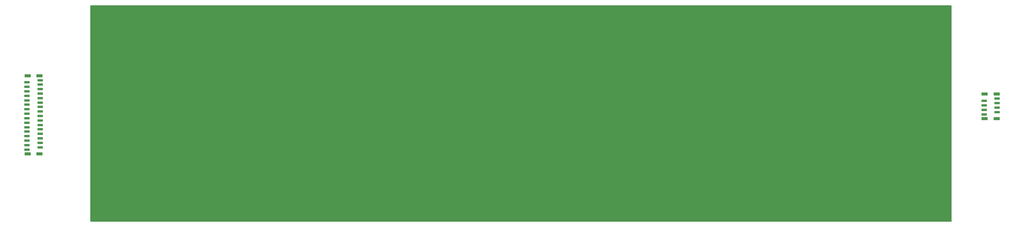
<source format=gbs>
G04 #@! TF.GenerationSoftware,KiCad,Pcbnew,6.0.8+dfsg-1~bpo11+1*
G04 #@! TF.CreationDate,2023-03-24T18:54:06-04:00*
G04 #@! TF.ProjectId,captouch_sensor_interleaved_loose,63617074-6f75-4636-985f-73656e736f72,rev?*
G04 #@! TF.SameCoordinates,Original*
G04 #@! TF.FileFunction,Soldermask,Bot*
G04 #@! TF.FilePolarity,Negative*
%FSLAX46Y46*%
G04 Gerber Fmt 4.6, Leading zero omitted, Abs format (unit mm)*
G04 Created by KiCad (PCBNEW 6.0.8+dfsg-1~bpo11+1) date 2023-03-24 18:54:06*
%MOMM*%
%LPD*%
G01*
G04 APERTURE LIST*
%ADD10C,0.150000*%
%ADD11R,1.200000X0.600000*%
%ADD12R,1.400000X0.800000*%
G04 APERTURE END LIST*
D10*
X63450000Y-56025000D02*
X255525000Y-56025000D01*
X255525000Y-56025000D02*
X255525000Y-104150000D01*
X255525000Y-104150000D02*
X63450000Y-104150000D01*
X63450000Y-104150000D02*
X63450000Y-56025000D01*
G36*
X63450000Y-56025000D02*
G01*
X255525000Y-56025000D01*
X255525000Y-104150000D01*
X63450000Y-104150000D01*
X63450000Y-56025000D01*
G37*
D11*
X52125000Y-72625000D03*
X49225000Y-73125000D03*
X52125000Y-73625000D03*
X49225000Y-74125000D03*
X52125000Y-74625000D03*
X49225000Y-75125000D03*
X52125000Y-75625000D03*
X49225000Y-76125000D03*
X52125000Y-76625000D03*
X49225000Y-77125000D03*
X52125000Y-77625000D03*
X49225000Y-78125000D03*
X52125000Y-78625000D03*
X49225000Y-79125000D03*
X52125000Y-79625000D03*
X49225000Y-80125000D03*
X52125000Y-80625000D03*
X49225000Y-81125000D03*
X52125000Y-81625000D03*
X49225000Y-82125000D03*
X52125000Y-82625000D03*
X49225000Y-83125000D03*
X52125000Y-83625000D03*
X49225000Y-84125000D03*
X52125000Y-84625000D03*
X49225000Y-85125000D03*
X52125000Y-85625000D03*
X49225000Y-86125000D03*
X52125000Y-86625000D03*
X49225000Y-87125000D03*
X52125000Y-87625000D03*
X49225000Y-88125000D03*
D12*
X52025000Y-71625000D03*
X49325000Y-71625000D03*
X52025000Y-89125000D03*
X49325000Y-89125000D03*
D11*
X265775000Y-76750000D03*
X262875000Y-77250000D03*
X265775000Y-77750000D03*
X262875000Y-78250000D03*
X265775000Y-78750000D03*
X262875000Y-79250000D03*
X265775000Y-79750000D03*
X262875000Y-80250000D03*
D12*
X265675000Y-75750000D03*
X262975000Y-75750000D03*
X265675000Y-81250000D03*
X262975000Y-81250000D03*
M02*

</source>
